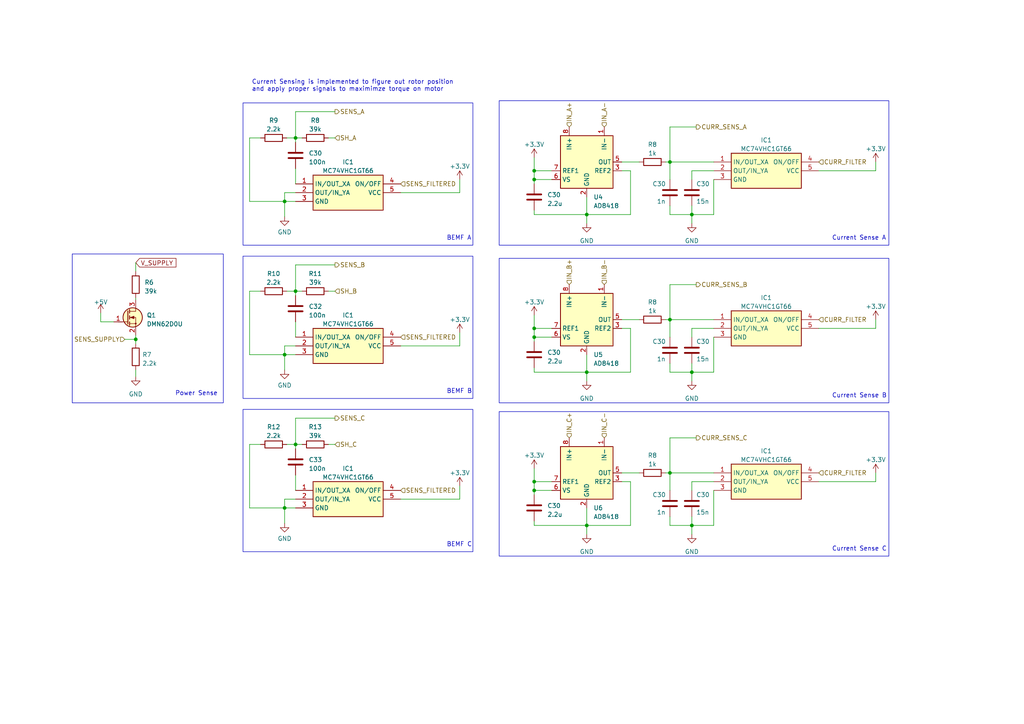
<source format=kicad_sch>
(kicad_sch (version 20230121) (generator eeschema)
  (paper "A4")
  (lib_symbols
    (symbol "Amplifier_Current:AD8418"
      (property "Reference" "U" (at -7.62 10.795 0))
      (property "Value" "AD8418" (at -7.62 8.89 0))
      (symbol "AD8418_0_1"
        (rectangle (start -7.62 7.62) (end 7.62 -7.62) (stroke (width 0.254)) (fill (type background)))
      )
      (symbol "AD8418_1_1"
        (pin input line (at 5.08 10.16 270) (length 2.54) (name "IN-") (number "1"))
        (pin power_in line (at 0 -10.16 90) (length 2.54) (name "GND") (number "2"))
        (pin input line (at 10.16 -2.54 180) (length 2.54) (name "REF2") (number "3"))
        (pin no_connect line (at 2.54 -7.62 90) (length 2.54) hide (name "NC") (number "4"))
        (pin output line (at 10.16 0 180) (length 2.54) (name "OUT") (number "5"))
        (pin power_in line (at -10.16 -5.08 0) (length 2.54) (name "VS") (number "6"))
        (pin input line (at -10.16 -2.54 0) (length 2.54) (name "REF1") (number "7"))
        (pin input line (at -5.08 10.16 270) (length 2.54) (name "IN+") (number "8"))
      )
    )
    (symbol "Device:C" (pin_numbers hide) (pin_names (offset 0.254))
      (property "Reference" "C" (at 0.635 2.54 0))
      (property "Value" "C" (at 0.635 -2.54 0))
      (symbol "C_0_1"
        (polyline (pts (xy -2.032 -0.762) (xy 2.032 -0.762)) (stroke (width 0.508)))
        (polyline (pts (xy -2.032 0.762) (xy 2.032 0.762)) (stroke (width 0.508)))
      )
      (symbol "C_1_1"
        (pin passive line (at 0 3.81 270) (length 2.794) (name "~") (number "1"))
        (pin passive line (at 0 -3.81 90) (length 2.794) (name "~") (number "2"))
      )
    )
    (symbol "Device:R" (pin_numbers hide) (pin_names (offset 0))
      (property "Reference" "R" (at 2.032 0 90))
      (property "Value" "R" (at 0 0 90))
      (symbol "R_0_1"
        (rectangle (start -1.016 -2.54) (end 1.016 2.54) (stroke (width 0.254)))
      )
      (symbol "R_1_1"
        (pin passive line (at 0 3.81 270) (length 1.27) (name "~") (number "1"))
        (pin passive line (at 0 -3.81 90) (length 1.27) (name "~") (number "2"))
      )
    )
    (symbol "MC74VHC1GT66_1"
      (property "Reference" "IC1" (at 15.24 6.35 0))
      (property "Value" "MC74VHC1GT66" (at 15.24 3.81 0))
      (symbol "MC74VHC1GT66_1_1_1"
        (rectangle (start 5.08 2.54) (end 25.4 -7.62) (stroke (width 0.254)) (fill (type background)))
        (pin passive line (at 0 0 0) (length 5.08) (name "IN/OUT_XA") (number "1"))
        (pin passive line (at 0 -2.54 0) (length 5.08) (name "OUT/IN_YA") (number "2"))
        (pin passive line (at 0 -5.08 0) (length 5.08) (name "GND") (number "3"))
        (pin passive line (at 30.48 0 180) (length 5.08) (name "ON/OFF") (number "4"))
        (pin passive line (at 30.48 -2.54 180) (length 5.08) (name "VCC") (number "5"))
      )
    )
    (symbol "PCM_Transistor_MOSFET_AKL:DMN62D0U" (pin_names hide)
      (property "Reference" "Q" (at 5.08 1.27 0))
      (property "Value" "DMN62D0U" (at 5.08 -1.27 0))
      (symbol "DMN62D0U_0_1"
        (polyline (pts (xy 0.254 -1.27) (xy -2.54 -1.27)))
        (polyline (pts (xy 0.254 1.905) (xy 0.254 -1.905)) (stroke (width 0.254)))
        (polyline (pts (xy 0.762 -1.778) (xy 2.54 -1.778)))
        (polyline (pts (xy 0.762 -1.27) (xy 0.762 -2.286)) (stroke (width 0.254)))
        (polyline (pts (xy 0.762 0.508) (xy 0.762 -0.508)) (stroke (width 0.254)))
        (polyline (pts (xy 0.762 2.286) (xy 0.762 1.27)) (stroke (width 0.254)))
        (polyline (pts (xy 2.54 1.778) (xy 0.762 1.778)))
        (polyline (pts (xy 2.54 2.54) (xy 2.54 1.778)))
        (polyline (pts (xy 2.54 -2.54) (xy 2.54 0) (xy 0.762 0)))
        (polyline (pts (xy 1.016 0) (xy 2.032 0.381) (xy 2.032 -0.381) (xy 1.016 0)) (fill (type outline)))
        (circle (center 1.651 0) (radius 2.794) (stroke (width 0.254)) (fill (type background)))
        (circle (center 2.54 -1.778) (radius 0.1778) (fill (type outline)))
      )
      (symbol "DMN62D0U_1_1"
        (pin input line (at -3.81 -1.27 0) (length 2.54) (name "G") (number "1"))
        (pin passive line (at 2.54 -5.08 90) (length 2.54) (name "S") (number "2"))
        (pin passive line (at 2.54 5.08 270) (length 2.54) (name "D") (number "3"))
      )
    )
    (symbol "power:+3.3V" (power) (pin_names (offset 0))
      (property "Value" "+3.3V" (at 0 3.556 0))
      (symbol "+3.3V_0_1"
        (polyline (pts (xy -0.762 1.27) (xy 0 2.54)))
        (polyline (pts (xy 0 0) (xy 0 2.54)))
        (polyline (pts (xy 0 2.54) (xy 0.762 1.27)))
      )
      (symbol "+3.3V_1_1"
        (pin power_in line (at 0 0 90) (length 0) hide (name "+3.3V") (number "1"))
      )
    )
    (symbol "power:+5V" (power) (pin_names (offset 0))
      (property "Value" "+5V" (at 0 3.556 0))
      (symbol "+5V_0_1"
        (polyline (pts (xy -0.762 1.27) (xy 0 2.54)))
        (polyline (pts (xy 0 0) (xy 0 2.54)))
        (polyline (pts (xy 0 2.54) (xy 0.762 1.27)))
      )
      (symbol "+5V_1_1"
        (pin power_in line (at 0 0 90) (length 0) hide (name "+5V") (number "1"))
      )
    )
    (symbol "power:GND" (power) (pin_names (offset 0))
      (property "Value" "GND" (at 0 -3.81 0))
      (symbol "GND_0_1"
        (polyline (pts (xy 0 0) (xy 0 -1.27) (xy 1.27 -1.27) (xy 0 -2.54) (xy -1.27 -1.27) (xy 0 -1.27)))
      )
      (symbol "GND_1_1"
        (pin power_in line (at 0 0 270) (length 0) hide (name "GND") (number "1"))
      )
    )
  )
  (junction (at 82.55 58.42))
  (junction (at 154.94 139.7))
  (junction (at 200.66 62.23))
  (junction (at 154.94 52.07))
  (junction (at 194.31 46.99))
  (junction (at 85.725 40.005))
  (junction (at 194.31 137.16))
  (junction (at 200.66 107.95))
  (junction (at 85.725 84.455))
  (junction (at 39.37 98.425))
  (junction (at 200.66 152.4))
  (junction (at 85.725 128.905))
  (junction (at 82.55 102.87))
  (junction (at 170.18 62.23))
  (junction (at 194.31 92.71))
  (junction (at 154.94 95.25))
  (junction (at 154.94 142.24))
  (junction (at 170.18 107.95))
  (junction (at 170.18 152.4))
  (junction (at 154.94 97.79))
  (junction (at 154.94 49.53))
  (junction (at 82.55 147.32))
  (wire (pts (xy 95.25 84.455) (xy 97.155 84.455)))
  (wire (pts (xy 116.205 144.78) (xy 133.35 144.78)))
  (wire (pts (xy 39.37 76.2) (xy 39.37 78.74)))
  (wire (pts (xy 83.185 84.455) (xy 85.725 84.455)))
  (wire (pts (xy 85.725 128.905) (xy 85.725 130.175)))
  (wire (pts (xy 194.31 137.16) (xy 194.31 142.24)))
  (wire (pts (xy 133.35 96.52) (xy 133.35 100.33)))
  (wire (pts (xy 85.725 76.835) (xy 97.155 76.835)))
  (wire (pts (xy 170.18 152.4) (xy 170.18 154.94)))
  (wire (pts (xy 82.55 55.88) (xy 82.55 58.42)))
  (wire (pts (xy 33.02 93.345) (xy 29.21 93.345)))
  (wire (pts (xy 180.34 95.25) (xy 182.88 95.25)))
  (wire (pts (xy 85.725 84.455) (xy 85.725 85.725)))
  (wire (pts (xy 193.04 137.16) (xy 194.31 137.16)))
  (wire (pts (xy 200.66 62.23) (xy 207.01 62.23)))
  (wire (pts (xy 170.18 57.15) (xy 170.18 62.23)))
  (wire (pts (xy 170.18 107.95) (xy 182.88 107.95)))
  (wire (pts (xy 133.35 140.97) (xy 133.35 144.78)))
  (wire (pts (xy 207.01 97.79) (xy 207.01 107.95)))
  (wire (pts (xy 154.94 151.13) (xy 154.94 152.4)))
  (wire (pts (xy 182.88 49.53) (xy 182.88 62.23)))
  (wire (pts (xy 85.725 84.455) (xy 85.725 76.835)))
  (wire (pts (xy 254 137.16) (xy 254 139.7)))
  (wire (pts (xy 207.01 142.24) (xy 207.01 152.4)))
  (wire (pts (xy 133.35 52.07) (xy 133.35 55.88)))
  (wire (pts (xy 85.725 40.005) (xy 85.725 41.275)))
  (wire (pts (xy 154.94 95.25) (xy 154.94 97.79)))
  (wire (pts (xy 39.37 98.425) (xy 39.37 99.695)))
  (wire (pts (xy 193.04 46.99) (xy 194.31 46.99)))
  (wire (pts (xy 72.39 84.455) (xy 72.39 102.87)))
  (wire (pts (xy 36.195 98.425) (xy 39.37 98.425)))
  (wire (pts (xy 116.205 55.88) (xy 133.35 55.88)))
  (wire (pts (xy 85.725 128.905) (xy 85.725 121.285)))
  (wire (pts (xy 182.88 139.7) (xy 182.88 152.4)))
  (wire (pts (xy 194.31 62.23) (xy 194.31 59.69)))
  (wire (pts (xy 85.725 40.005) (xy 87.63 40.005)))
  (wire (pts (xy 39.37 97.155) (xy 39.37 98.425)))
  (wire (pts (xy 72.39 84.455) (xy 75.565 84.455)))
  (wire (pts (xy 194.31 127) (xy 201.93 127)))
  (wire (pts (xy 207.01 95.25) (xy 200.66 95.25)))
  (wire (pts (xy 154.94 97.79) (xy 154.94 99.06)))
  (wire (pts (xy 154.94 52.07) (xy 154.94 53.34)))
  (wire (pts (xy 170.18 152.4) (xy 182.88 152.4)))
  (wire (pts (xy 85.725 128.905) (xy 87.63 128.905)))
  (wire (pts (xy 254 49.53) (xy 237.49 49.53)))
  (wire (pts (xy 170.18 62.23) (xy 182.88 62.23)))
  (wire (pts (xy 154.94 49.53) (xy 160.02 49.53)))
  (wire (pts (xy 180.34 139.7) (xy 182.88 139.7)))
  (wire (pts (xy 72.39 128.905) (xy 75.565 128.905)))
  (wire (pts (xy 154.94 152.4) (xy 170.18 152.4)))
  (wire (pts (xy 85.725 48.895) (xy 85.725 53.34)))
  (wire (pts (xy 72.39 147.32) (xy 82.55 147.32)))
  (wire (pts (xy 72.39 40.005) (xy 75.565 40.005)))
  (wire (pts (xy 194.31 46.99) (xy 207.01 46.99)))
  (wire (pts (xy 154.94 107.95) (xy 170.18 107.95)))
  (wire (pts (xy 85.725 137.795) (xy 85.725 142.24)))
  (wire (pts (xy 154.94 62.23) (xy 170.18 62.23)))
  (wire (pts (xy 85.725 93.345) (xy 85.725 97.79)))
  (wire (pts (xy 72.39 102.87) (xy 82.55 102.87)))
  (wire (pts (xy 82.55 147.32) (xy 82.55 151.765)))
  (wire (pts (xy 85.725 102.87) (xy 82.55 102.87)))
  (wire (pts (xy 200.66 152.4) (xy 207.01 152.4)))
  (wire (pts (xy 95.25 40.005) (xy 97.155 40.005)))
  (wire (pts (xy 85.725 147.32) (xy 82.55 147.32)))
  (wire (pts (xy 29.21 90.805) (xy 29.21 93.345)))
  (wire (pts (xy 72.39 40.005) (xy 72.39 58.42)))
  (wire (pts (xy 194.31 82.55) (xy 201.93 82.55)))
  (wire (pts (xy 82.55 58.42) (xy 82.55 62.865)))
  (wire (pts (xy 194.31 46.99) (xy 194.31 36.83)))
  (wire (pts (xy 193.04 92.71) (xy 194.31 92.71)))
  (wire (pts (xy 95.25 128.905) (xy 97.155 128.905)))
  (wire (pts (xy 207.01 139.7) (xy 200.66 139.7)))
  (wire (pts (xy 200.66 107.95) (xy 207.01 107.95)))
  (wire (pts (xy 83.185 128.905) (xy 85.725 128.905)))
  (wire (pts (xy 254 92.71) (xy 254 95.25)))
  (wire (pts (xy 85.725 144.78) (xy 82.55 144.78)))
  (wire (pts (xy 116.205 100.33) (xy 133.35 100.33)))
  (wire (pts (xy 194.31 92.71) (xy 194.31 82.55)))
  (wire (pts (xy 200.66 62.23) (xy 200.66 64.77)))
  (wire (pts (xy 200.66 139.7) (xy 200.66 142.24)))
  (wire (pts (xy 200.66 49.53) (xy 200.66 52.07)))
  (wire (pts (xy 254 46.99) (xy 254 49.53)))
  (wire (pts (xy 83.185 40.005) (xy 85.725 40.005)))
  (wire (pts (xy 200.66 107.95) (xy 200.66 105.41)))
  (wire (pts (xy 254 95.25) (xy 237.49 95.25)))
  (wire (pts (xy 154.94 139.7) (xy 154.94 142.24)))
  (wire (pts (xy 72.39 128.905) (xy 72.39 147.32)))
  (wire (pts (xy 82.55 100.33) (xy 82.55 102.87)))
  (wire (pts (xy 194.31 92.71) (xy 207.01 92.71)))
  (wire (pts (xy 154.94 139.7) (xy 160.02 139.7)))
  (wire (pts (xy 170.18 107.95) (xy 170.18 110.49)))
  (wire (pts (xy 39.37 107.315) (xy 39.37 109.22)))
  (wire (pts (xy 194.31 36.83) (xy 201.93 36.83)))
  (wire (pts (xy 194.31 152.4) (xy 200.66 152.4)))
  (wire (pts (xy 200.66 107.95) (xy 200.66 110.49)))
  (wire (pts (xy 194.31 107.95) (xy 194.31 105.41)))
  (wire (pts (xy 85.725 40.005) (xy 85.725 32.385)))
  (wire (pts (xy 154.94 95.25) (xy 160.02 95.25)))
  (wire (pts (xy 85.725 100.33) (xy 82.55 100.33)))
  (wire (pts (xy 154.94 142.24) (xy 160.02 142.24)))
  (wire (pts (xy 194.31 92.71) (xy 194.31 97.79)))
  (wire (pts (xy 180.34 137.16) (xy 185.42 137.16)))
  (wire (pts (xy 39.37 86.36) (xy 39.37 86.995)))
  (wire (pts (xy 180.34 92.71) (xy 185.42 92.71)))
  (wire (pts (xy 154.94 97.79) (xy 160.02 97.79)))
  (wire (pts (xy 154.94 49.53) (xy 154.94 52.07)))
  (wire (pts (xy 85.725 58.42) (xy 82.55 58.42)))
  (wire (pts (xy 182.88 95.25) (xy 182.88 107.95)))
  (wire (pts (xy 200.66 152.4) (xy 200.66 149.86)))
  (wire (pts (xy 82.55 144.78) (xy 82.55 147.32)))
  (wire (pts (xy 170.18 147.32) (xy 170.18 152.4)))
  (wire (pts (xy 180.34 46.99) (xy 185.42 46.99)))
  (wire (pts (xy 85.725 32.385) (xy 97.155 32.385)))
  (wire (pts (xy 180.34 49.53) (xy 182.88 49.53)))
  (wire (pts (xy 154.94 142.24) (xy 154.94 143.51)))
  (wire (pts (xy 154.94 135.89) (xy 154.94 139.7)))
  (wire (pts (xy 154.94 45.72) (xy 154.94 49.53)))
  (wire (pts (xy 200.66 152.4) (xy 200.66 154.94)))
  (wire (pts (xy 154.94 52.07) (xy 160.02 52.07)))
  (wire (pts (xy 207.01 49.53) (xy 200.66 49.53)))
  (wire (pts (xy 254 139.7) (xy 237.49 139.7)))
  (wire (pts (xy 194.31 107.95) (xy 200.66 107.95)))
  (wire (pts (xy 170.18 62.23) (xy 170.18 64.77)))
  (wire (pts (xy 194.31 62.23) (xy 200.66 62.23)))
  (wire (pts (xy 200.66 95.25) (xy 200.66 97.79)))
  (wire (pts (xy 154.94 106.68) (xy 154.94 107.95)))
  (wire (pts (xy 207.01 52.07) (xy 207.01 62.23)))
  (wire (pts (xy 194.31 46.99) (xy 194.31 52.07)))
  (wire (pts (xy 194.31 137.16) (xy 194.31 127)))
  (wire (pts (xy 72.39 58.42) (xy 82.55 58.42)))
  (wire (pts (xy 170.18 102.87) (xy 170.18 107.95)))
  (wire (pts (xy 85.725 121.285) (xy 97.155 121.285)))
  (wire (pts (xy 194.31 137.16) (xy 207.01 137.16)))
  (wire (pts (xy 85.725 55.88) (xy 82.55 55.88)))
  (wire (pts (xy 194.31 152.4) (xy 194.31 149.86)))
  (wire (pts (xy 154.94 91.44) (xy 154.94 95.25)))
  (wire (pts (xy 82.55 102.87) (xy 82.55 107.315)))
  (wire (pts (xy 200.66 62.23) (xy 200.66 59.69)))
  (wire (pts (xy 85.725 84.455) (xy 87.63 84.455)))
  (wire (pts (xy 154.94 60.96) (xy 154.94 62.23)))
  (rectangle (start 144.78 29.21) (end 257.81 71.12))
  (rectangle (start 70.485 74.295) (end 137.16 115.57))
  (rectangle (start 144.78 119.38) (end 257.81 161.29))
  (rectangle (start 70.485 29.845) (end 137.16 71.12))
  (rectangle (start 144.78 74.93) (end 257.81 116.84))
  (rectangle (start 70.485 118.745) (end 137.16 160.02))
  (rectangle (start 20.955 73.66) (end 64.77 116.84))
  (text "BEMF B\n" (at 129.54 114.3 0) (effects (font (size 1.27 1.27)) (justify left bottom)))
  (text "Power Sense" (at 50.8 114.935 0) (effects (font (size 1.27 1.27)) (justify left bottom)))
  (text "BEMF C\n" (at 129.54 158.75 0) (effects (font (size 1.27 1.27)) (justify left bottom)))
  (text "Current Sensing is implemented to figure out rotor position\nand apply proper signals to maximimze torque on motor" (at 73.025 26.67 0) (effects (font (size 1.27 1.27)) (justify left bottom)))
  (text "BEMF A\n" (at 129.54 69.85 0) (effects (font (size 1.27 1.27)) (justify left bottom)))
  (text "Current Sense B\n" (at 241.3 115.57 0) (effects (font (size 1.27 1.27)) (justify left bottom)))
  (text "Current Sense A" (at 241.3 69.85 0) (effects (font (size 1.27 1.27)) (justify left bottom)))
  (text "Current Sense C" (at 241.3 160.02 0) (effects (font (size 1.27 1.27)) (justify left bottom)))
  (global_label "V_SUPPLY" (shape input) (at 39.37 76.2 0) (property "Intersheetrefs" "${INTERSHEET_REFS}" (effects hide)))
  (hierarchical_label "SENS_SUPPLY" (shape input) (at 36.195 98.425 180))
  (hierarchical_label "IN_B-" (shape input) (at 175.26 82.55 90))
  (hierarchical_label "CURR_SENS_B" (shape output) (at 201.93 82.55 0))
  (hierarchical_label "IN_B+" (shape input) (at 165.1 82.55 90))
  (hierarchical_label "SH_C" (shape input) (at 97.155 128.905 0))
  (hierarchical_label "IN_A+" (shape input) (at 165.1 36.83 90))
  (hierarchical_label "SENS_A" (shape output) (at 97.155 32.385 0))
  (hierarchical_label "CURR_SENS_C" (shape output) (at 201.93 127 0))
  (hierarchical_label "IN_C-" (shape input) (at 175.26 127 90))
  (hierarchical_label "SENS_FILTERED" (shape input) (at 116.205 142.24 0))
  (hierarchical_label "SENS_FILTERED" (shape input) (at 116.205 53.34 0))
  (hierarchical_label "SENS_B" (shape output) (at 97.155 76.835 0))
  (hierarchical_label "SENS_FILTERED" (shape input) (at 116.205 97.79 0))
  (hierarchical_label "SH_B" (shape input) (at 97.155 84.455 0))
  (hierarchical_label "CURR_SENS_A" (shape output) (at 201.93 36.83 0))
  (hierarchical_label "SH_A" (shape input) (at 97.155 40.005 0))
  (hierarchical_label "IN_C+" (shape input) (at 165.1 127 90))
  (hierarchical_label "CURR_FILTER" (shape input) (at 237.49 46.99 0))
  (hierarchical_label "CURR_FILTER" (shape input) (at 237.49 92.71 0))
  (hierarchical_label "IN_A-" (shape input) (at 175.26 36.83 90))
  (hierarchical_label "SENS_C" (shape output) (at 97.155 121.285 0))
  (hierarchical_label "CURR_FILTER" (shape input) (at 237.49 137.16 0))
  (symbol (lib_id "Device:C") (at 154.94 102.87 0) (unit 1)
    (property "Reference" "C30" (at 158.75 102.235 0) (effects (justify left)))
    (property "Value" "2.2u" (at 158.75 104.775 0) (effects (justify left)))
    (instances (project "eesc" (path "" (reference "C30") (unit 1)) (path "" (reference "C40") (unit 1))))
  )
  (symbol (lib_id "Device:R") (at 91.44 84.455 90) (unit 1)
    (property "Reference" "R11" (at 91.44 79.375 90))
    (property "Value" "39k" (at 91.44 81.915 90))
    (instances (project "eesc" (path "" (reference "R11") (unit 1)) (path "" (reference "R12") (unit 1))))
  )
  (symbol (lib_id "power:+3.3V") (at 154.94 135.89 0) (unit 1)
    (property "Reference" "#PWR046" (effects hide))
    (property "Value" "+3.3V" (at 154.94 132.08 0))
  )
  (symbol (lib_id "power:GND") (at 170.18 64.77 0) (unit 1)
    (property "Reference" "#PWR039" (effects hide))
    (property "Value" "GND" (at 170.18 69.85 0))
  )
  (symbol (lib_id "Device:R") (at 189.23 92.71 90) (unit 1)
    (property "Reference" "R8" (at 189.23 87.63 90))
    (property "Value" "1k" (at 189.23 90.17 90))
    (instances (project "eesc" (path "" (reference "R8") (unit 1)) (path "" (reference "R25") (unit 1))))
  )
  (symbol (lib_id "Device:C") (at 85.725 133.985 0) (unit 1)
    (property "Reference" "C33" (at 89.535 133.35 0) (effects (justify left)))
    (property "Value" "100n" (at 89.535 135.89 0) (effects (justify left)))
  )
  (symbol (lib_id "power:+3.3V") (at 254 92.71 0) (unit 1)
    (property "Reference" "#PWR029" (effects hide))
    (property "Value" "+3.3V" (at 254 88.9 0))
    (instances (project "eesc" (path "" (reference "#PWR029") (unit 1)) (path "" (reference "#PWR043") (unit 1))))
  )
  (symbol (lib_id "power:+3.3V") (at 133.35 140.97 0) (unit 1)
    (property "Reference" "#PWR034" (effects hide))
    (property "Value" "+3.3V" (at 133.35 137.16 0))
  )
  (symbol (lib_id "Device:C") (at 194.31 146.05 0) (unit 1)
    (property "Reference" "C30" (at 189.23 143.51 0) (effects (justify left)))
    (property "Value" "1n" (at 190.5 148.59 0) (effects (justify left)))
    (instances (project "eesc" (path "" (reference "C30") (unit 1)) (path "" (reference "C46") (unit 1))))
  )
  (symbol (lib_id "power:GND") (at 170.18 110.49 0) (unit 1)
    (property "Reference" "#PWR041" (effects hide))
    (property "Value" "GND" (at 170.18 115.57 0))
  )
  (symbol (lib_name "MC74VHC1GT66_1") (lib_id "MC74VHC1GT66:MC74VHC1GT66") (at 207.01 46.99 0) (unit 1)
    (property "Reference" "IC1" (at 222.25 40.64 0))
    (property "Value" "MC74VHC1GT66" (at 222.25 43.18 0))
    (property "Footprint" "SOT95P275X110-5N" (effects hide))
    (property "Datasheet" "https://pdf1.alldatasheet.com/datasheet-pdf/view/148919/ETL/MC74VHC1GT66.html" (effects hide))
    (property "Height" "1.1" (effects hide))
    (property "Manufacturer_Name" "onsemi" (effects hide))
    (property "Manufacturer_Part_Number" "MC74VHC1GT66" (effects hide))
    (property "Mouser Part Number" "N/A" (effects hide))
    (property "Mouser Price/Stock" "https://www.mouser.co.uk/ProductDetail/onsemi/MC74VHC1GT66?qs=YA77FY0Msbu77w80Y0DYXA%3D%3D" (effects hide))
    (instances (project "eesc" (path "" (reference "IC1") (unit 1)) (path "" (reference "IC4") (unit 1))))
  )
  (symbol (lib_id "power:GND") (at 170.18 154.94 0) (unit 1)
    (property "Reference" "#PWR047" (effects hide))
    (property "Value" "GND" (at 170.18 160.02 0))
  )
  (symbol (lib_name "MC74VHC1GT66_1") (lib_id "MC74VHC1GT66:MC74VHC1GT66") (at 85.725 53.34 0) (unit 1)
    (property "Reference" "IC1" (at 100.965 46.99 0))
    (property "Value" "MC74VHC1GT66" (at 100.965 49.53 0))
    (property "Footprint" "SOT95P275X110-5N" (effects hide))
    (property "Datasheet" "https://pdf1.alldatasheet.com/datasheet-pdf/view/148919/ETL/MC74VHC1GT66.html" (effects hide))
    (property "Height" "1.1" (effects hide))
    (property "Manufacturer_Name" "onsemi" (effects hide))
    (property "Manufacturer_Part_Number" "MC74VHC1GT66" (effects hide))
    (property "Mouser Part Number" "N/A" (effects hide))
    (property "Mouser Price/Stock" "https://www.mouser.co.uk/ProductDetail/onsemi/MC74VHC1GT66?qs=YA77FY0Msbu77w80Y0DYXA%3D%3D" (effects hide))
  )
  (symbol (lib_id "power:GND") (at 200.66 154.94 0) (unit 1)
    (property "Reference" "#PWR048" (effects hide))
    (property "Value" "GND" (at 200.66 160.02 0))
  )
  (symbol (lib_id "power:+3.3V") (at 154.94 91.44 0) (unit 1)
    (property "Reference" "#PWR040" (effects hide))
    (property "Value" "+3.3V" (at 154.94 87.63 0))
  )
  (symbol (lib_id "Device:C") (at 194.31 55.88 0) (unit 1)
    (property "Reference" "C30" (at 189.23 53.34 0) (effects (justify left)))
    (property "Value" "1n" (at 190.5 58.42 0) (effects (justify left)))
    (instances (project "eesc" (path "" (reference "C30") (unit 1)) (path "" (reference "C43") (unit 1))))
  )
  (symbol (lib_name "MC74VHC1GT66_1") (lib_id "MC74VHC1GT66:MC74VHC1GT66") (at 207.01 137.16 0) (unit 1)
    (property "Reference" "IC1" (at 222.25 130.81 0))
    (property "Value" "MC74VHC1GT66" (at 222.25 133.35 0))
    (property "Footprint" "SOT95P275X110-5N" (effects hide))
    (property "Datasheet" "https://pdf1.alldatasheet.com/datasheet-pdf/view/148919/ETL/MC74VHC1GT66.html" (effects hide))
    (property "Height" "1.1" (effects hide))
    (property "Manufacturer_Name" "onsemi" (effects hide))
    (property "Manufacturer_Part_Number" "MC74VHC1GT66" (effects hide))
    (property "Mouser Part Number" "N/A" (effects hide))
    (property "Mouser Price/Stock" "https://www.mouser.co.uk/ProductDetail/onsemi/MC74VHC1GT66?qs=YA77FY0Msbu77w80Y0DYXA%3D%3D" (effects hide))
    (instances (project "eesc" (path "" (reference "IC1") (unit 1)) (path "" (reference "IC6") (unit 1))))
  )
  (symbol (lib_id "power:GND") (at 82.55 151.765 0) (unit 1)
    (property "Reference" "#PWR033" (effects hide))
    (property "Value" "GND" (at 82.55 156.21 0))
    (instances (project "eesc" (path "" (reference "#PWR033") (unit 1)) (path "" (reference "#PWR031") (unit 1))))
  )
  (symbol (lib_id "Device:R") (at 91.44 128.905 90) (unit 1)
    (property "Reference" "R13" (at 91.44 123.825 90))
    (property "Value" "39k" (at 91.44 126.365 90))
  )
  (symbol (lib_id "Device:C") (at 85.725 45.085 0) (unit 1)
    (property "Reference" "C30" (at 89.535 44.45 0) (effects (justify left)))
    (property "Value" "100n" (at 89.535 46.99 0) (effects (justify left)))
  )
  (symbol (lib_id "Amplifier_Current:AD8418") (at 170.18 137.16 0) (unit 1)
    (property "Reference" "U6" (at 172.1359 147.32 0) (effects (justify left)))
    (property "Value" "AD8418" (at 172.1359 149.86 0) (effects (justify left)))
    (property "Datasheet" "https://www.analog.com/media/en/technical-documentation/data-sheets/AD8418.pdf" (effects hide))
  )
  (symbol (lib_id "Amplifier_Current:AD8418") (at 170.18 46.99 0) (unit 1)
    (property "Reference" "U4" (at 172.1359 57.15 0) (effects (justify left)))
    (property "Value" "AD8418" (at 172.1359 59.69 0) (effects (justify left)))
    (property "Datasheet" "https://www.analog.com/media/en/technical-documentation/data-sheets/AD8418.pdf" (effects hide))
  )
  (symbol (lib_id "power:+5V") (at 29.21 90.805 0) (unit 1)
    (property "Reference" "#PWR020" (effects hide))
    (property "Value" "+5V" (at 29.21 87.63 0))
  )
  (symbol (lib_id "power:GND") (at 39.37 109.22 0) (unit 1)
    (property "Reference" "#PWR021" (effects hide))
    (property "Value" "GND" (at 39.37 114.3 0))
  )
  (symbol (lib_id "Device:R") (at 39.37 103.505 0) (unit 1)
    (property "Reference" "R7" (at 41.275 102.87 0) (effects (justify left)))
    (property "Value" "2.2k" (at 41.275 105.41 0) (effects (justify left)))
  )
  (symbol (lib_id "Device:R") (at 189.23 46.99 90) (unit 1)
    (property "Reference" "R8" (at 189.23 41.91 90))
    (property "Value" "1k" (at 189.23 44.45 90))
    (instances (project "eesc" (path "" (reference "R8") (unit 1)) (path "" (reference "R24") (unit 1))))
  )
  (symbol (lib_id "power:+3.3V") (at 254 137.16 0) (unit 1)
    (property "Reference" "#PWR029" (effects hide))
    (property "Value" "+3.3V" (at 254 133.35 0))
    (instances (project "eesc" (path "" (reference "#PWR029") (unit 1)) (path "" (reference "#PWR049") (unit 1))))
  )
  (symbol (lib_id "Device:R") (at 189.23 137.16 90) (unit 1)
    (property "Reference" "R8" (at 189.23 132.08 90))
    (property "Value" "1k" (at 189.23 134.62 90))
    (instances (project "eesc" (path "" (reference "R8") (unit 1)) (path "" (reference "R26") (unit 1))))
  )
  (symbol (lib_id "power:GND") (at 200.66 64.77 0) (unit 1)
    (property "Reference" "#PWR044" (effects hide))
    (property "Value" "GND" (at 200.66 69.85 0))
  )
  (symbol (lib_id "Device:C") (at 194.31 101.6 0) (unit 1)
    (property "Reference" "C30" (at 189.23 99.06 0) (effects (justify left)))
    (property "Value" "1n" (at 190.5 104.14 0) (effects (justify left)))
    (instances (project "eesc" (path "" (reference "C30") (unit 1)) (path "" (reference "C41") (unit 1))))
  )
  (symbol (lib_id "Device:R") (at 39.37 82.55 0) (unit 1)
    (property "Reference" "R6" (at 41.91 81.915 0) (effects (justify left)))
    (property "Value" "39k" (at 41.91 84.455 0) (effects (justify left)))
  )
  (symbol (lib_name "MC74VHC1GT66_1") (lib_id "MC74VHC1GT66:MC74VHC1GT66") (at 85.725 142.24 0) (unit 1)
    (property "Reference" "IC1" (at 100.965 135.89 0))
    (property "Value" "MC74VHC1GT66" (at 100.965 138.43 0))
    (property "Footprint" "SOT95P275X110-5N" (effects hide))
    (property "Datasheet" "https://pdf1.alldatasheet.com/datasheet-pdf/view/148919/ETL/MC74VHC1GT66.html" (effects hide))
    (property "Height" "1.1" (effects hide))
    (property "Manufacturer_Name" "onsemi" (effects hide))
    (property "Manufacturer_Part_Number" "MC74VHC1GT66" (effects hide))
    (property "Mouser Part Number" "N/A" (effects hide))
    (property "Mouser Price/Stock" "https://www.mouser.co.uk/ProductDetail/onsemi/MC74VHC1GT66?qs=YA77FY0Msbu77w80Y0DYXA%3D%3D" (effects hide))
    (instances (project "eesc" (path "" (reference "IC1") (unit 1)) (path "" (reference "IC3") (unit 1))))
  )
  (symbol (lib_id "power:+3.3V") (at 133.35 52.07 0) (unit 1)
    (property "Reference" "#PWR029" (effects hide))
    (property "Value" "+3.3V" (at 133.35 48.26 0))
    (instances (project "eesc" (path "" (reference "#PWR029") (unit 1)) (path "" (reference "#PWR032") (unit 1))))
  )
  (symbol (lib_id "Device:R") (at 79.375 84.455 90) (unit 1)
    (property "Reference" "R10" (at 79.375 79.375 90))
    (property "Value" "2.2k" (at 79.375 81.915 90))
    (instances (project "eesc" (path "" (reference "R10") (unit 1)) (path "" (reference "R9") (unit 1))))
  )
  (symbol (lib_id "Device:C") (at 200.66 101.6 0) (unit 1)
    (property "Reference" "C30" (at 201.93 99.06 0) (effects (justify left)))
    (property "Value" "15n" (at 201.93 104.14 0) (effects (justify left)))
    (instances (project "eesc" (path "" (reference "C30") (unit 1)) (path "" (reference "C44") (unit 1))))
  )
  (symbol (lib_name "MC74VHC1GT66_1") (lib_id "MC74VHC1GT66:MC74VHC1GT66") (at 207.01 92.71 0) (unit 1)
    (property "Reference" "IC1" (at 222.25 86.36 0))
    (property "Value" "MC74VHC1GT66" (at 222.25 88.9 0))
    (property "Footprint" "SOT95P275X110-5N" (effects hide))
    (property "Datasheet" "https://pdf1.alldatasheet.com/datasheet-pdf/view/148919/ETL/MC74VHC1GT66.html" (effects hide))
    (property "Height" "1.1" (effects hide))
    (property "Manufacturer_Name" "onsemi" (effects hide))
    (property "Manufacturer_Part_Number" "MC74VHC1GT66" (effects hide))
    (property "Mouser Part Number" "N/A" (effects hide))
    (property "Mouser Price/Stock" "https://www.mouser.co.uk/ProductDetail/onsemi/MC74VHC1GT66?qs=YA77FY0Msbu77w80Y0DYXA%3D%3D" (effects hide))
    (instances (project "eesc" (path "" (reference "IC1") (unit 1)) (path "" (reference "IC5") (unit 1))))
  )
  (symbol (lib_id "power:+3.3V") (at 254 46.99 0) (unit 1)
    (property "Reference" "#PWR029" (effects hide))
    (property "Value" "+3.3V" (at 254 43.18 0))
    (instances (project "eesc" (path "" (reference "#PWR029") (unit 1)) (path "" (reference "#PWR045") (unit 1))))
  )
  (symbol (lib_id "power:GND") (at 82.55 107.315 0) (unit 1)
    (property "Reference" "#PWR031" (effects hide))
    (property "Value" "GND" (at 82.55 111.76 0))
    (instances (project "eesc" (path "" (reference "#PWR031") (unit 1)) (path "" (reference "#PWR030") (unit 1))))
  )
  (symbol (lib_id "power:GND") (at 82.55 62.865 0) (unit 1)
    (property "Reference" "#PWR030" (effects hide))
    (property "Value" "GND" (at 82.55 67.31 0))
    (instances (project "eesc" (path "" (reference "#PWR030") (unit 1)) (path "" (reference "#PWR029") (unit 1))))
  )
  (symbol (lib_id "power:+3.3V") (at 154.94 45.72 0) (unit 1)
    (property "Reference" "#PWR038" (effects hide))
    (property "Value" "+3.3V" (at 154.94 41.91 0))
  )
  (symbol (lib_id "Device:C") (at 200.66 55.88 0) (unit 1)
    (property "Reference" "C30" (at 201.93 53.34 0) (effects (justify left)))
    (property "Value" "15n" (at 201.93 58.42 0) (effects (justify left)))
    (instances (project "eesc" (path "" (reference "C30") (unit 1)) (path "" (reference "C42") (unit 1))))
  )
  (symbol (lib_name "MC74VHC1GT66_1") (lib_id "MC74VHC1GT66:MC74VHC1GT66") (at 85.725 97.79 0) (unit 1)
    (property "Reference" "IC1" (at 100.965 91.44 0))
    (property "Value" "MC74VHC1GT66" (at 100.965 93.98 0))
    (property "Footprint" "SOT95P275X110-5N" (effects hide))
    (property "Datasheet" "https://pdf1.alldatasheet.com/datasheet-pdf/view/148919/ETL/MC74VHC1GT66.html" (effects hide))
    (property "Height" "1.1" (effects hide))
    (property "Manufacturer_Name" "onsemi" (effects hide))
    (property "Manufacturer_Part_Number" "MC74VHC1GT66" (effects hide))
    (property "Mouser Part Number" "N/A" (effects hide))
    (property "Mouser Price/Stock" "https://www.mouser.co.uk/ProductDetail/onsemi/MC74VHC1GT66?qs=YA77FY0Msbu77w80Y0DYXA%3D%3D" (effects hide))
    (instances (project "eesc" (path "" (reference "IC1") (unit 1)) (path "" (reference "IC2") (unit 1))))
  )
  (symbol (lib_id "Device:C") (at 154.94 147.32 0) (unit 1)
    (property "Reference" "C30" (at 158.75 146.685 0) (effects (justify left)))
    (property "Value" "2.2u" (at 158.75 149.225 0) (effects (justify left)))
    (instances (project "eesc" (path "" (reference "C30") (unit 1)) (path "" (reference "C45") (unit 1))))
  )
  (symbol (lib_id "Device:C") (at 200.66 146.05 0) (unit 1)
    (property "Reference" "C30" (at 201.93 143.51 0) (effects (justify left)))
    (property "Value" "15n" (at 201.93 148.59 0) (effects (justify left)))
    (instances (project "eesc" (path "" (reference "C30") (unit 1)) (path "" (reference "C47") (unit 1))))
  )
  (symbol (lib_id "PCM_Transistor_MOSFET_AKL:DMN62D0U") (at 36.83 92.075 0) (unit 1)
    (property "Reference" "Q1" (at 42.545 91.44 0) (effects (justify left)))
    (property "Value" "DMN62D0U" (at 42.545 93.98 0) (effects (justify left)))
    (property "Footprint" "Package_TO_SOT_SMD_AKL:SOT-23" (effects hide))
    (property "Datasheet" "https://www.tme.eu/Document/a4871da9ff5b3d3e62b4180d16f9c299/DMN62D0U.pdf" (effects hide))
  )
  (symbol (lib_id "Amplifier_Current:AD8418") (at 170.18 92.71 0) (unit 1)
    (property "Reference" "U5" (at 172.1359 102.87 0) (effects (justify left)))
    (property "Value" "AD8418" (at 172.1359 105.41 0) (effects (justify left)))
    (property "Datasheet" "https://www.analog.com/media/en/technical-documentation/data-sheets/AD8418.pdf" (effects hide))
  )
  (symbol (lib_id "power:+3.3V") (at 133.35 96.52 0) (unit 1)
    (property "Reference" "#PWR032" (effects hide))
    (property "Value" "+3.3V" (at 133.35 92.71 0))
    (instances (project "eesc" (path "" (reference "#PWR032") (unit 1)) (path "" (reference "#PWR033") (unit 1))))
  )
  (symbol (lib_id "Device:C") (at 85.725 89.535 0) (unit 1)
    (property "Reference" "C32" (at 89.535 88.9 0) (effects (justify left)))
    (property "Value" "100n" (at 89.535 91.44 0) (effects (justify left)))
  )
  (symbol (lib_id "Device:R") (at 79.375 40.005 90) (unit 1)
    (property "Reference" "R9" (at 79.375 34.925 90))
    (property "Value" "2.2k" (at 79.375 37.465 90))
    (instances (project "eesc" (path "" (reference "R9") (unit 1)) (path "" (reference "R8") (unit 1))))
  )
  (symbol (lib_id "Device:R") (at 79.375 128.905 90) (unit 1)
    (property "Reference" "R12" (at 79.375 123.825 90))
    (property "Value" "2.2k" (at 79.375 126.365 90))
    (instances (project "eesc" (path "" (reference "R12") (unit 1)) (path "" (reference "R10") (unit 1))))
  )
  (symbol (lib_id "Device:R") (at 91.44 40.005 90) (unit 1)
    (property "Reference" "R8" (at 91.44 34.925 90))
    (property "Value" "39k" (at 91.44 37.465 90))
    (instances (project "eesc" (path "" (reference "R8") (unit 1)) (path "" (reference "R11") (unit 1))))
  )
  (symbol (lib_id "Device:C") (at 154.94 57.15 0) (unit 1)
    (property "Reference" "C30" (at 158.75 56.515 0) (effects (justify left)))
    (property "Value" "2.2u" (at 158.75 59.055 0) (effects (justify left)))
    (instances (project "eesc" (path "" (reference "C30") (unit 1)) (path "" (reference "C39") (unit 1))))
  )
  (symbol (lib_id "power:GND") (at 200.66 110.49 0) (unit 1)
    (property "Reference" "#PWR042" (effects hide))
    (property "Value" "GND" (at 200.66 115.57 0))
  )
)
</source>
